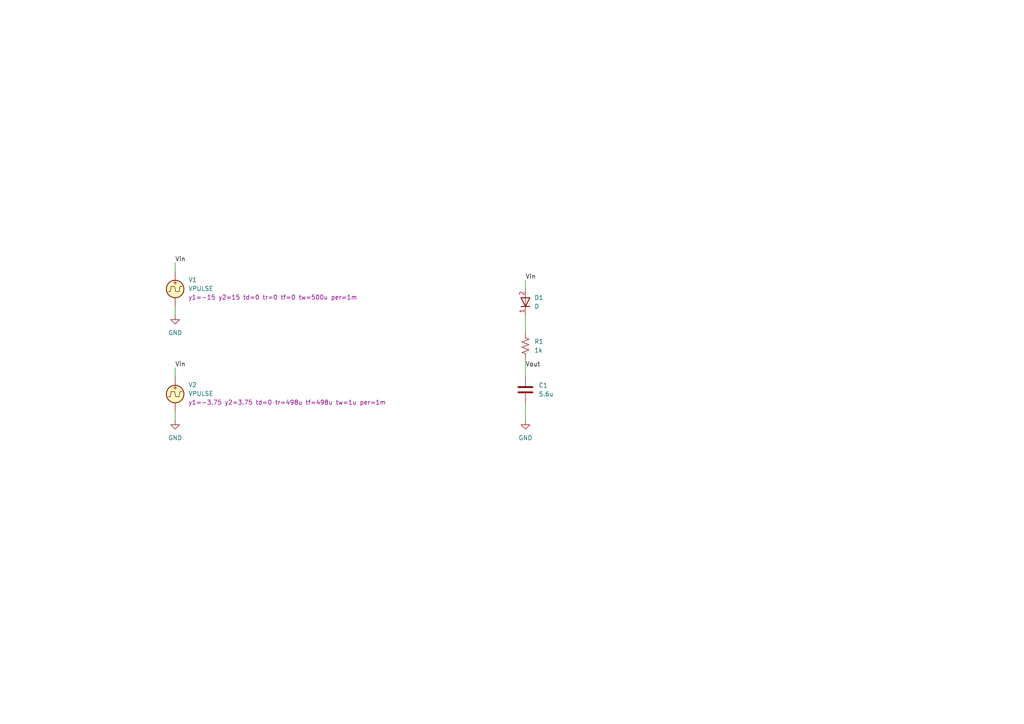
<source format=kicad_sch>
(kicad_sch (version 20250114) (generator "eeschema") (generator_version "9.0")
  (paper "A4")
  (lib_symbols
    (symbol "Device:C" (pin_numbers (hide yes)) (pin_names (offset 0.254))
      (property "Reference" "C" (at 0.635 2.54 0))
      (property "Value" "C" (at 0.635 -2.54 0))
      (symbol "C_0_1"
        (polyline (pts (xy -2.032 0.762) (xy 2.032 0.762)) (stroke (width 0.508)))
        (polyline (pts (xy -2.032 -0.762) (xy 2.032 -0.762)) (stroke (width 0.508)))
      )
      (symbol "C_1_1"
        (pin passive line (at 0 3.81 270) (length 2.794) (name "~") (number "1"))
        (pin passive line (at 0 -3.81 90) (length 2.794) (name "~") (number "2"))
      )
    )
    (symbol "Device:R_US" (pin_numbers (hide yes)) (pin_names (offset 0))
      (property "Reference" "R" (at 2.54 0 90))
      (property "Value" "R_US" (at -2.54 0 90))
      (symbol "R_US_0_1"
        (polyline (pts (xy 0 2.286) (xy 0 2.54)))
        (polyline (pts (xy 0 2.286) (xy 1.016 1.905) (xy 0 1.524) (xy -1.016 1.143) (xy 0 0.762)))
        (polyline (pts (xy 0 0.762) (xy 1.016 0.381) (xy 0 0) (xy -1.016 -0.381) (xy 0 -0.762)))
        (polyline (pts (xy 0 -0.762) (xy 1.016 -1.143) (xy 0 -1.524) (xy -1.016 -1.905) (xy 0 -2.286)))
        (polyline (pts (xy 0 -2.286) (xy 0 -2.54)))
      )
      (symbol "R_US_1_1"
        (pin passive line (at 0 3.81 270) (length 1.27) (name "~") (number "1"))
        (pin passive line (at 0 -3.81 90) (length 1.27) (name "~") (number "2"))
      )
    )
    (symbol "Simulation_SPICE:D" (pin_names (offset 1.016) (hide yes))
      (property "Reference" "D" (at 0 2.54 0))
      (property "Value" "D" (at 0 -2.54 0))
      (symbol "D_0_1"
        (polyline (pts (xy -1.27 1.27) (xy -1.27 -1.27)) (stroke (width 0.254)))
        (polyline (pts (xy 1.27 1.27) (xy 1.27 -1.27) (xy -1.27 0) (xy 1.27 1.27)) (stroke (width 0.254)))
        (polyline (pts (xy 1.27 0) (xy -1.27 0)))
      )
      (symbol "D_1_1"
        (pin passive line (at -3.81 0 0) (length 2.54) (name "K") (number "1"))
        (pin passive line (at 3.81 0 180) (length 2.54) (name "A") (number "2"))
      )
    )
    (symbol "Simulation_SPICE:VPULSE" (pin_numbers (hide yes)) (pin_names (offset 0.0254))
      (property "Reference" "V" (at 2.54 2.54 0))
      (property "Value" "VPULSE" (at 2.54 0 0))
      (property "Sim.Params" "y1=0 y2=1 td=2n tr=2n tf=2n tw=50n per=100n" (at 2.54 -2.54 0))
      (symbol "VPULSE_0_0"
        (polyline (pts (xy -2.032 -0.762) (xy -1.397 -0.762) (xy -1.143 0.762) (xy -0.127 0.762) (xy 0.127 -0.762) (xy 1.143 -0.762) (xy 1.397 0.762) (xy 2.032 0.762)))
        (text "+" (at 0 1.905 0) (effects (font (size 1.27 1.27))))
      )
      (symbol "VPULSE_0_1"
        (circle (center 0 0) (radius 2.54) (stroke (width 0.254)) (fill (type background)))
      )
      (symbol "VPULSE_1_1"
        (pin passive line (at 0 5.08 270) (length 2.54) (name "~") (number "1"))
        (pin passive line (at 0 -5.08 90) (length 2.54) (name "~") (number "2"))
      )
    )
    (symbol "power:GND" (power) (pin_numbers (hide yes)) (pin_names (offset 0) (hide yes))
      (property "Value" "GND" (at 0 -3.81 0))
      (symbol "GND_0_1"
        (polyline (pts (xy 0 0) (xy 0 -1.27) (xy 1.27 -1.27) (xy 0 -2.54) (xy -1.27 -1.27) (xy 0 -1.27)))
      )
      (symbol "GND_1_1"
        (pin power_in line (at 0 0 270) (length 0) (name "~") (number "1"))
      )
    )
  )
  (wire (pts (xy 50.8 88.9) (xy 50.8 91.44)))
  (wire (pts (xy 50.8 106.68) (xy 50.8 109.22)))
  (wire (pts (xy 50.8 119.38) (xy 50.8 121.92)))
  (wire (pts (xy 152.4 91.44) (xy 152.4 96.52)))
  (wire (pts (xy 152.4 81.28) (xy 152.4 83.82)))
  (wire (pts (xy 50.8 76.2) (xy 50.8 78.74)))
  (wire (pts (xy 152.4 116.84) (xy 152.4 121.92)))
  (wire (pts (xy 152.4 104.14) (xy 152.4 109.22)))
  (label "Vin" (at 50.8 76.2 0))
  (label "Vin" (at 152.4 81.28 0))
  (label "Vin" (at 50.8 106.68 0))
  (label "Vout" (at 152.4 106.68 0))
  (symbol (lib_id "Device:R_US") (at 152.4 100.33 0) (unit 1)
    (property "Reference" "R1" (at 154.94 99.0599 0) (effects (justify left)))
    (property "Value" "1k" (at 154.94 101.5999 0) (effects (justify left)))
    (property "Description" "Resistor, US symbol" (effects (hide yes)))
  )
  (symbol (lib_id "power:GND") (at 50.8 91.44 0) (unit 1)
    (property "Reference" "#PWR02" (effects (hide yes)))
    (property "Value" "GND" (at 50.8 96.52 0))
    (property "Description" "Power symbol creates a global label with name \"GND\" , ground" (effects (hide yes)))
  )
  (symbol (lib_id "Device:C") (at 152.4 113.03 0) (unit 1)
    (property "Reference" "C1" (at 156.21 111.7599 0) (effects (justify left)))
    (property "Value" "5.6u" (at 156.21 114.2999 0) (effects (justify left)))
    (property "Description" "Unpolarized capacitor" (effects (hide yes)))
  )
  (symbol (lib_id "power:GND") (at 50.8 121.92 0) (unit 1) (exclude_from_sim yes)
    (property "Reference" "#PWR03" (effects (hide yes)))
    (property "Value" "GND" (at 50.8 127 0))
    (property "Description" "Power symbol creates a global label with name \"GND\" , ground" (effects (hide yes)))
  )
  (symbol (lib_id "Simulation_SPICE:VPULSE") (at 50.8 114.3 0) (unit 1) (exclude_from_sim yes)
    (property "Reference" "V2" (at 54.61 111.6301 0) (effects (justify left)))
    (property "Value" "VPULSE" (at 54.61 114.1701 0) (effects (justify left)))
    (property "Datasheet" "https://ngspice.sourceforge.io/docs/ngspice-html-manual/manual.xhtml#sec_Independent_Sources_for" (effects (hide yes)))
    (property "Description" "Voltage source, pulse" (effects (hide yes)))
    (property "Sim.Pins" "1=+ 2=-" (effects (hide yes)))
    (property "Sim.Type" "PULSE" (effects (hide yes)))
    (property "Sim.Device" "V" (effects (hide yes)))
    (property "Sim.Params" "y1=-3.75 y2=3.75 td=0 tr=498u tf=498u tw=1u per=1m" (at 54.61 116.7101 0) (effects (justify left)))
  )
  (symbol (lib_id "Simulation_SPICE:D") (at 152.4 87.63 90) (unit 1)
    (property "Reference" "D1" (at 154.94 86.3599 90) (effects (justify right)))
    (property "Value" "D" (at 154.94 88.8999 90) (effects (justify right)))
    (property "Datasheet" "https://ngspice.sourceforge.io/docs/ngspice-html-manual/manual.xhtml#cha_DIODEs" (effects (hide yes)))
    (property "Description" "Diode for simulation or PCB" (effects (hide yes)))
    (property "Sim.Device" "D" (effects (hide yes)))
    (property "Sim.Pins" "1=K 2=A" (effects (hide yes)))
    (property "Sim.Params" "rs=50m cjo=10p" (effects (hide yes)))
  )
  (symbol (lib_id "power:GND") (at 152.4 121.92 0) (unit 1)
    (property "Reference" "#PWR01" (effects (hide yes)))
    (property "Value" "GND" (at 152.4 127 0))
    (property "Description" "Power symbol creates a global label with name \"GND\" , ground" (effects (hide yes)))
  )
  (symbol (lib_id "Simulation_SPICE:VPULSE") (at 50.8 83.82 0) (unit 1)
    (property "Reference" "V1" (at 54.61 81.1501 0) (effects (justify left)))
    (property "Value" "VPULSE" (at 54.61 83.6901 0) (effects (justify left)))
    (property "Datasheet" "https://ngspice.sourceforge.io/docs/ngspice-html-manual/manual.xhtml#sec_Independent_Sources_for" (effects (hide yes)))
    (property "Description" "Voltage source, pulse" (effects (hide yes)))
    (property "Sim.Pins" "1=+ 2=-" (effects (hide yes)))
    (property "Sim.Type" "PULSE" (effects (hide yes)))
    (property "Sim.Device" "V" (effects (hide yes)))
    (property "Sim.Params" "y1=-15 y2=15 td=0 tr=0 tf=0 tw=500u per=1m" (at 54.61 86.2301 0) (effects (justify left)))
  )
)
</source>
